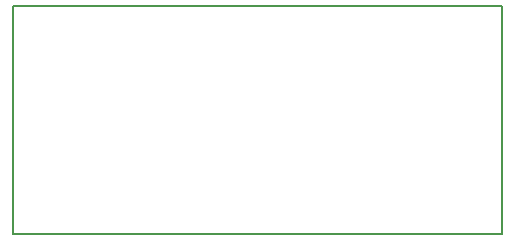
<source format=gbr>
%TF.GenerationSoftware,KiCad,Pcbnew,5.1.10*%
%TF.CreationDate,2021-11-16T14:47:03-07:00*%
%TF.ProjectId,L0003-Wheatstone-Bridge,4c303030-332d-4576-9865-617473746f6e,rev?*%
%TF.SameCoordinates,Original*%
%TF.FileFunction,Profile,NP*%
%FSLAX46Y46*%
G04 Gerber Fmt 4.6, Leading zero omitted, Abs format (unit mm)*
G04 Created by KiCad (PCBNEW 5.1.10) date 2021-11-16 14:47:03*
%MOMM*%
%LPD*%
G01*
G04 APERTURE LIST*
%TA.AperFunction,Profile*%
%ADD10C,0.150000*%
%TD*%
G04 APERTURE END LIST*
D10*
X95250000Y-95504000D02*
X95250000Y-76200000D01*
X136652000Y-76200000D02*
X136652000Y-95504000D01*
X95250000Y-76200000D02*
X136652000Y-76200000D01*
X136652000Y-95504000D02*
X95250000Y-95504000D01*
M02*

</source>
